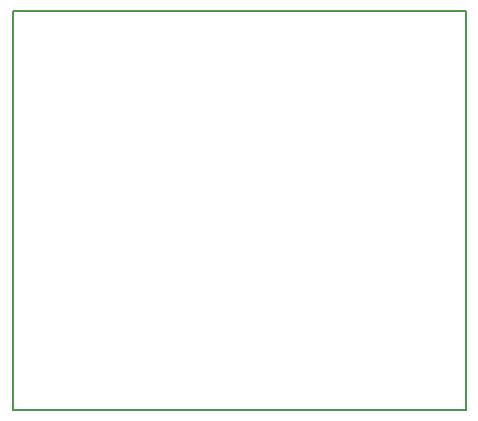
<source format=gbr>
G04 #@! TF.FileFunction,Other,User*
%FSLAX46Y46*%
G04 Gerber Fmt 4.6, Leading zero omitted, Abs format (unit mm)*
G04 Created by KiCad (PCBNEW 4.0.5) date 05/26/17 17:56:53*
%MOMM*%
%LPD*%
G01*
G04 APERTURE LIST*
%ADD10C,0.100000*%
%ADD11C,0.200000*%
G04 APERTURE END LIST*
D10*
D11*
X2540Y33782000D02*
X2540Y0D01*
X38356540Y33782000D02*
X2540Y33782000D01*
X38356540Y0D02*
X38356540Y33782000D01*
X2540Y0D02*
X38356540Y0D01*
M02*

</source>
